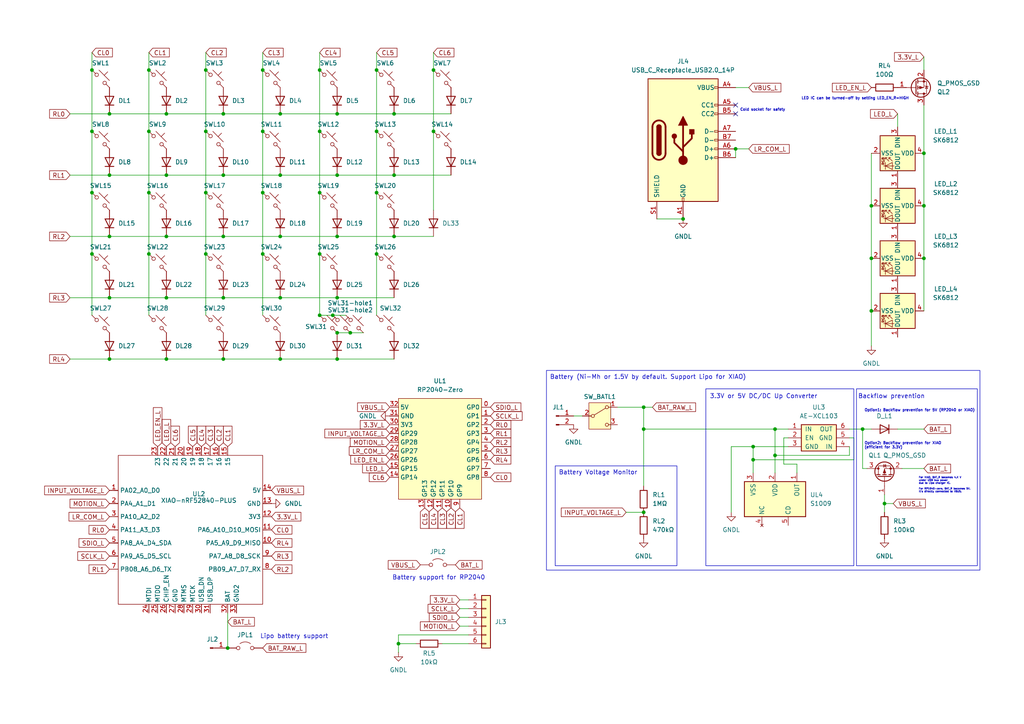
<source format=kicad_sch>
(kicad_sch (version 20231120) (generator "eeschema") (generator_version "8.0")
  (paper "A4")
  (junction (at 48.26 33.02))
  (junction (at 252.73 90.17))
  (junction (at 31.75 50.8))
  (junction (at 64.77 86.36))
  (junction (at 26.67 38.1))
  (junction (at 114.3 50.8))
  (junction (at 81.28 86.36))
  (junction (at 267.97 44.45))
  (junction (at 48.26 68.58))
  (junction (at 218.44 129.54))
  (junction (at 97.79 33.02))
  (junction (at 31.75 86.36))
  (junction (at 76.2 38.1))
  (junction (at 48.26 104.14))
  (junction (at 81.28 33.02))
  (junction (at 115.57 186.69))
  (junction (at 267.97 59.69))
  (junction (at 64.77 50.8))
  (junction (at 256.54 146.05))
  (junction (at 76.2 73.66))
  (junction (at 92.71 38.1))
  (junction (at 125.73 38.1))
  (junction (at 59.69 73.66))
  (junction (at 186.69 148.59))
  (junction (at 267.97 74.93))
  (junction (at 59.69 38.1))
  (junction (at 26.67 55.88))
  (junction (at 59.69 20.32))
  (junction (at 97.79 104.14))
  (junction (at 252.73 74.93))
  (junction (at 48.26 86.36))
  (junction (at 64.77 68.58))
  (junction (at 59.69 55.88))
  (junction (at 97.79 96.52))
  (junction (at 250.19 124.46))
  (junction (at 224.79 132.08))
  (junction (at 186.69 124.46))
  (junction (at 92.71 91.44))
  (junction (at 92.71 55.88))
  (junction (at 64.77 33.02))
  (junction (at 97.79 50.8))
  (junction (at 125.73 20.32))
  (junction (at 92.71 73.66))
  (junction (at 31.75 104.14))
  (junction (at 97.79 68.58))
  (junction (at 76.2 55.88))
  (junction (at 109.22 55.88))
  (junction (at 31.75 33.02))
  (junction (at 109.22 20.32))
  (junction (at 218.44 133.35))
  (junction (at 43.18 20.32))
  (junction (at 96.52 91.44))
  (junction (at 26.67 73.66))
  (junction (at 114.3 33.02))
  (junction (at 31.75 68.58))
  (junction (at 43.18 38.1))
  (junction (at 213.36 43.18))
  (junction (at 224.79 124.46))
  (junction (at 186.69 118.11))
  (junction (at 114.3 68.58))
  (junction (at 66.04 187.96))
  (junction (at 43.18 73.66))
  (junction (at 43.18 55.88))
  (junction (at 26.67 20.32))
  (junction (at 252.73 59.69))
  (junction (at 92.71 20.32))
  (junction (at 81.28 68.58))
  (junction (at 81.28 50.8))
  (junction (at 198.12 63.5))
  (junction (at 101.6 96.52))
  (junction (at 109.22 73.66))
  (junction (at 48.26 50.8))
  (junction (at 64.77 104.14))
  (junction (at 109.22 38.1))
  (junction (at 81.28 104.14))
  (junction (at 97.79 86.36))
  (junction (at 76.2 20.32))
  (no_connect (at 213.36 30.48))
  (no_connect (at 213.36 33.02))
  (wire (pts (xy 97.79 96.52) (xy 101.6 96.52)))
  (wire (pts (xy 190.5 63.5) (xy 198.12 63.5)))
  (wire (pts (xy 97.79 104.14) (xy 114.3 104.14)))
  (wire (pts (xy 97.79 33.02) (xy 114.3 33.02)))
  (wire (pts (xy 181.61 148.59) (xy 186.69 148.59)))
  (wire (pts (xy 135.89 181.61) (xy 133.35 181.61)))
  (wire (pts (xy 250.19 135.89) (xy 250.19 124.46)))
  (wire (pts (xy 76.2 15.24) (xy 76.2 20.32)))
  (wire (pts (xy 259.08 146.05) (xy 256.54 146.05)))
  (wire (pts (xy 76.2 38.1) (xy 76.2 55.88)))
  (wire (pts (xy 66.04 177.8) (xy 66.04 187.96)))
  (wire (pts (xy 260.35 124.46) (xy 267.97 124.46)))
  (wire (pts (xy 125.73 20.32) (xy 125.73 38.1)))
  (wire (pts (xy 97.79 50.8) (xy 114.3 50.8)))
  (wire (pts (xy 247.65 133.35) (xy 218.44 133.35)))
  (wire (pts (xy 97.79 68.58) (xy 114.3 68.58)))
  (wire (pts (xy 267.97 30.48) (xy 267.97 44.45)))
  (wire (pts (xy 246.38 129.54) (xy 246.38 132.08)))
  (wire (pts (xy 246.38 132.08) (xy 224.79 132.08)))
  (wire (pts (xy 256.54 143.51) (xy 256.54 146.05)))
  (wire (pts (xy 260.35 33.02) (xy 260.35 36.83)))
  (wire (pts (xy 109.22 73.66) (xy 109.22 91.44)))
  (wire (pts (xy 179.07 118.11) (xy 186.69 118.11)))
  (wire (pts (xy 92.71 20.32) (xy 92.71 38.1)))
  (wire (pts (xy 251.46 135.89) (xy 250.19 135.89)))
  (wire (pts (xy 212.09 129.54) (xy 218.44 129.54)))
  (wire (pts (xy 212.09 129.54) (xy 212.09 148.59)))
  (wire (pts (xy 20.32 68.58) (xy 31.75 68.58)))
  (wire (pts (xy 135.89 176.53) (xy 133.35 176.53)))
  (wire (pts (xy 96.52 91.44) (xy 100.33 91.44)))
  (wire (pts (xy 231.14 137.16) (xy 231.14 134.62)))
  (wire (pts (xy 267.97 44.45) (xy 267.97 59.69)))
  (wire (pts (xy 92.71 38.1) (xy 92.71 55.88)))
  (wire (pts (xy 218.44 129.54) (xy 218.44 133.35)))
  (wire (pts (xy 115.57 186.69) (xy 120.65 186.69)))
  (wire (pts (xy 92.71 91.44) (xy 96.52 91.44)))
  (wire (pts (xy 267.97 59.69) (xy 267.97 74.93)))
  (wire (pts (xy 43.18 38.1) (xy 43.18 55.88)))
  (wire (pts (xy 92.71 73.66) (xy 92.71 91.44)))
  (wire (pts (xy 26.67 55.88) (xy 26.67 73.66)))
  (wire (pts (xy 267.97 16.51) (xy 267.97 20.32)))
  (wire (pts (xy 252.73 90.17) (xy 252.73 100.33)))
  (wire (pts (xy 224.79 132.08) (xy 224.79 137.16)))
  (wire (pts (xy 114.3 50.8) (xy 130.81 50.8)))
  (wire (pts (xy 31.75 33.02) (xy 48.26 33.02)))
  (wire (pts (xy 59.69 73.66) (xy 59.69 91.44)))
  (wire (pts (xy 31.75 50.8) (xy 48.26 50.8)))
  (wire (pts (xy 252.73 74.93) (xy 252.73 90.17)))
  (wire (pts (xy 213.36 25.4) (xy 217.17 25.4)))
  (wire (pts (xy 92.71 55.88) (xy 92.71 73.66)))
  (wire (pts (xy 250.19 124.46) (xy 252.73 124.46)))
  (wire (pts (xy 114.3 33.02) (xy 130.81 33.02)))
  (wire (pts (xy 59.69 20.32) (xy 59.69 38.1)))
  (wire (pts (xy 115.57 184.15) (xy 135.89 184.15)))
  (wire (pts (xy 92.71 15.24) (xy 92.71 20.32)))
  (wire (pts (xy 64.77 104.14) (xy 81.28 104.14)))
  (wire (pts (xy 109.22 20.32) (xy 109.22 38.1)))
  (wire (pts (xy 213.36 43.18) (xy 217.17 43.18)))
  (wire (pts (xy 246.38 127) (xy 247.65 127)))
  (wire (pts (xy 31.75 86.36) (xy 48.26 86.36)))
  (wire (pts (xy 166.37 120.65) (xy 168.91 120.65)))
  (wire (pts (xy 97.79 86.36) (xy 114.3 86.36)))
  (wire (pts (xy 20.32 86.36) (xy 31.75 86.36)))
  (wire (pts (xy 231.14 134.62) (xy 227.33 134.62)))
  (wire (pts (xy 59.69 38.1) (xy 59.69 55.88)))
  (wire (pts (xy 135.89 173.99) (xy 133.35 173.99)))
  (wire (pts (xy 48.26 68.58) (xy 64.77 68.58)))
  (wire (pts (xy 81.28 33.02) (xy 97.79 33.02)))
  (wire (pts (xy 101.6 96.52) (xy 105.41 96.52)))
  (wire (pts (xy 20.32 104.14) (xy 31.75 104.14)))
  (wire (pts (xy 43.18 20.32) (xy 43.18 38.1)))
  (wire (pts (xy 81.28 86.36) (xy 97.79 86.36)))
  (wire (pts (xy 20.32 50.8) (xy 31.75 50.8)))
  (wire (pts (xy 250.19 124.46) (xy 246.38 124.46)))
  (wire (pts (xy 224.79 124.46) (xy 224.79 132.08)))
  (wire (pts (xy 227.33 127) (xy 228.6 127)))
  (wire (pts (xy 247.65 127) (xy 247.65 133.35)))
  (wire (pts (xy 256.54 146.05) (xy 256.54 148.59)))
  (wire (pts (xy 128.27 186.69) (xy 135.89 186.69)))
  (wire (pts (xy 125.73 38.1) (xy 125.73 60.96)))
  (wire (pts (xy 114.3 68.58) (xy 125.73 68.58)))
  (wire (pts (xy 43.18 15.24) (xy 43.18 20.32)))
  (wire (pts (xy 64.77 33.02) (xy 81.28 33.02)))
  (wire (pts (xy 26.67 20.32) (xy 26.67 38.1)))
  (wire (pts (xy 224.79 124.46) (xy 228.6 124.46)))
  (wire (pts (xy 267.97 74.93) (xy 267.97 90.17)))
  (wire (pts (xy 186.69 124.46) (xy 186.69 118.11)))
  (wire (pts (xy 31.75 68.58) (xy 48.26 68.58)))
  (wire (pts (xy 252.73 59.69) (xy 252.73 74.93)))
  (wire (pts (xy 218.44 129.54) (xy 228.6 129.54)))
  (wire (pts (xy 213.36 43.18) (xy 213.36 45.72)))
  (wire (pts (xy 115.57 184.15) (xy 115.57 186.69)))
  (wire (pts (xy 109.22 15.24) (xy 109.22 20.32)))
  (wire (pts (xy 48.26 104.14) (xy 64.77 104.14)))
  (wire (pts (xy 186.69 118.11) (xy 189.23 118.11)))
  (wire (pts (xy 26.67 15.24) (xy 26.67 20.32)))
  (wire (pts (xy 109.22 38.1) (xy 109.22 55.88)))
  (wire (pts (xy 125.73 15.24) (xy 125.73 20.32)))
  (wire (pts (xy 31.75 104.14) (xy 48.26 104.14)))
  (wire (pts (xy 109.22 55.88) (xy 109.22 73.66)))
  (wire (pts (xy 64.77 68.58) (xy 81.28 68.58)))
  (wire (pts (xy 48.26 86.36) (xy 64.77 86.36)))
  (wire (pts (xy 218.44 133.35) (xy 218.44 137.16)))
  (wire (pts (xy 135.89 179.07) (xy 133.35 179.07)))
  (wire (pts (xy 64.77 50.8) (xy 81.28 50.8)))
  (wire (pts (xy 26.67 73.66) (xy 26.67 91.44)))
  (wire (pts (xy 20.32 33.02) (xy 31.75 33.02)))
  (wire (pts (xy 186.69 124.46) (xy 224.79 124.46)))
  (wire (pts (xy 26.67 38.1) (xy 26.67 55.88)))
  (wire (pts (xy 48.26 33.02) (xy 64.77 33.02)))
  (wire (pts (xy 76.2 20.32) (xy 76.2 38.1)))
  (wire (pts (xy 261.62 135.89) (xy 267.97 135.89)))
  (wire (pts (xy 43.18 73.66) (xy 43.18 91.44)))
  (wire (pts (xy 76.2 73.66) (xy 76.2 91.44)))
  (wire (pts (xy 64.77 86.36) (xy 81.28 86.36)))
  (wire (pts (xy 59.69 15.24) (xy 59.69 20.32)))
  (wire (pts (xy 81.28 68.58) (xy 97.79 68.58)))
  (wire (pts (xy 81.28 50.8) (xy 97.79 50.8)))
  (wire (pts (xy 227.33 134.62) (xy 227.33 127)))
  (wire (pts (xy 252.73 44.45) (xy 252.73 59.69)))
  (wire (pts (xy 81.28 104.14) (xy 97.79 104.14)))
  (wire (pts (xy 59.69 55.88) (xy 59.69 73.66)))
  (wire (pts (xy 48.26 50.8) (xy 64.77 50.8)))
  (wire (pts (xy 115.57 186.69) (xy 115.57 189.23)))
  (wire (pts (xy 43.18 55.88) (xy 43.18 73.66)))
  (wire (pts (xy 186.69 124.46) (xy 186.69 140.97)))
  (wire (pts (xy 76.2 55.88) (xy 76.2 73.66)))
  (rectangle (start 161.036 135.128) (end 196.342 164.084))
  (rectangle (start 248.412 112.776) (end 283.464 164.084))
  (rectangle (start 158.496 107.442) (end 284.226 165.354))
  (rectangle (start 204.724 112.776) (end 247.65 164.084))
  (text "Option1: Backflow prevention for 5V (RP2040 or XIAO)" (at 250.698 119.126 0) (effects (font (size 0.762 0.762)) (justify left)))
  (text "Battery (Ni-Mh or 1.5V by default. Support Lipo for XIAO)" (at 187.96 109.474 0) (effects (font (size 1.27 1.27))))
  (text "3.3V or 5V DC/DC Up Converter" (at 221.488 115.062 0) (effects (font (size 1.27 1.27))))
  (text "For XIAO, BAT_R becomes 4.X V\nunder USB bus power\ndue to Lipo charger IC.\n\nFor RP1040-zero, BAT_R becomes 5V.\nIt's directly connected to VBUS." (at 266.446 140.716 0) (effects (font (size 0.508 0.508)) (justify left)))
  (text "Backflow prevention" (at 258.572 115.062 0) (effects (font (size 1.27 1.27))))
  (text "Battery support for RP2040" (at 127.254 167.64 0) (effects (font (size 1.27 1.27))))
  (text "Cold socket for safety" (at 214.63 31.496 0) (effects (font (size 0.762 0.762)) (justify left top)))
  (text "LED IC can be turned-off by setting LED_EN_R=HIGH" (at 232.41 28.194 0) (effects (font (size 0.762 0.762)) (justify left top)))
  (text "Battery Voltage Monitor" (at 173.482 137.16 0) (effects (font (size 1.27 1.27))))
  (text "Option2: Backflow prevention for XIAO\n(efficient for 3.3V)" (at 250.698 129.286 0) (effects (font (size 0.762 0.762)) (justify left)))
  (text "Lipo battery support" (at 85.344 184.658 0) (effects (font (size 1.27 1.27))))
  (global_label "3.3V_L" (shape input) (at 133.35 173.99 180) (property "Intersheetrefs" "${INTERSHEET_REFS}" (effects (hide yes))))
  (global_label "SDIO_L" (shape input) (at 31.75 157.48 180) (property "Intersheetrefs" "${INTERSHEET_REFS}" (effects (hide yes))))
  (global_label "SCLK_L" (shape input) (at 142.24 120.65 0) (property "Intersheetrefs" "${INTERSHEET_REFS}" (effects (hide yes))))
  (global_label "LED_L" (shape input) (at 113.03 135.89 180) (property "Intersheetrefs" "${INTERSHEET_REFS}" (effects (hide yes))))
  (global_label "RL3" (shape input) (at 20.32 86.36 180) (property "Intersheetrefs" "${INTERSHEET_REFS}" (effects (hide yes))))
  (global_label "CL6" (shape input) (at 50.8 129.54 90) (property "Intersheetrefs" "${INTERSHEET_REFS}" (effects (hide yes))))
  (global_label "SDIO_L" (shape input) (at 133.35 179.07 180) (property "Intersheetrefs" "${INTERSHEET_REFS}" (effects (hide yes))))
  (global_label "BAT_L" (shape input) (at 132.08 163.83 0) (property "Intersheetrefs" "${INTERSHEET_REFS}" (effects (hide yes))))
  (global_label "RL0" (shape input) (at 20.32 33.02 180) (property "Intersheetrefs" "${INTERSHEET_REFS}" (effects (hide yes))))
  (global_label "CL5" (shape input) (at 109.22 15.24 0) (property "Intersheetrefs" "${INTERSHEET_REFS}" (effects (hide yes))))
  (global_label "RL4" (shape input) (at 78.74 157.48 0) (property "Intersheetrefs" "${INTERSHEET_REFS}" (effects (hide yes))))
  (global_label "RL1" (shape input) (at 20.32 50.8 180) (property "Intersheetrefs" "${INTERSHEET_REFS}" (effects (hide yes))))
  (global_label "LED_EN_L" (shape input) (at 113.03 133.35 180) (property "Intersheetrefs" "${INTERSHEET_REFS}" (effects (hide yes))))
  (global_label "RL4" (shape input) (at 142.24 133.35 0) (property "Intersheetrefs" "${INTERSHEET_REFS}" (effects (hide yes))))
  (global_label "CL3" (shape input) (at 76.2 15.24 0) (property "Intersheetrefs" "${INTERSHEET_REFS}" (effects (hide yes))))
  (global_label "RL1" (shape input) (at 31.75 165.1 180) (property "Intersheetrefs" "${INTERSHEET_REFS}" (effects (hide yes))))
  (global_label "RL2" (shape input) (at 142.24 128.27 0) (property "Intersheetrefs" "${INTERSHEET_REFS}" (effects (hide yes))))
  (global_label "LR_COM_L" (shape input) (at 31.75 149.86 180) (property "Intersheetrefs" "${INTERSHEET_REFS}" (effects (hide yes))))
  (global_label "CL0" (shape input) (at 78.74 153.67 0) (property "Intersheetrefs" "${INTERSHEET_REFS}" (effects (hide yes))))
  (global_label "LED_EN_L" (shape input) (at 45.72 129.54 90) (property "Intersheetrefs" "${INTERSHEET_REFS}" (effects (hide yes))))
  (global_label "CL6" (shape input) (at 125.73 15.24 0) (property "Intersheetrefs" "${INTERSHEET_REFS}" (effects (hide yes))))
  (global_label "RL2" (shape input) (at 20.32 68.58 180) (property "Intersheetrefs" "${INTERSHEET_REFS}" (effects (hide yes))))
  (global_label "CL5" (shape input) (at 55.88 129.54 90) (property "Intersheetrefs" "${INTERSHEET_REFS}" (effects (hide yes))))
  (global_label "MOTION_L" (shape input) (at 133.35 181.61 180) (property "Intersheetrefs" "${INTERSHEET_REFS}" (effects (hide yes))))
  (global_label "RL0" (shape input) (at 142.24 123.19 0) (property "Intersheetrefs" "${INTERSHEET_REFS}" (effects (hide yes))))
  (global_label "BAT_RAW_L" (shape input) (at 189.23 118.11 0) (property "Intersheetrefs" "${INTERSHEET_REFS}" (effects (hide yes))))
  (global_label "INPUT_VOLTAGE_L" (shape input) (at 113.03 125.73 180) (property "Intersheetrefs" "${INTERSHEET_REFS}" (effects (hide yes))))
  (global_label "LED_EN_L" (shape input) (at 252.73 25.4 180) (property "Intersheetrefs" "${INTERSHEET_REFS}" (effects (hide yes))))
  (global_label "INPUT_VOLTAGE_L" (shape input) (at 31.75 142.24 180) (property "Intersheetrefs" "${INTERSHEET_REFS}" (effects (hide yes))))
  (global_label "RL3" (shape input) (at 78.74 161.29 0) (property "Intersheetrefs" "${INTERSHEET_REFS}" (effects (hide yes))))
  (global_label "CL6" (shape input) (at 113.03 138.43 180) (property "Intersheetrefs" "${INTERSHEET_REFS}" (effects (hide yes))))
  (global_label "VBUS_L" (shape input) (at 113.03 118.11 180) (property "Intersheetrefs" "${INTERSHEET_REFS}" (effects (hide yes))))
  (global_label "LR_COM_L" (shape input) (at 113.03 130.81 180) (property "Intersheetrefs" "${INTERSHEET_REFS}" (effects (hide yes))))
  (global_label "RL1" (shape input) (at 142.24 125.73 0) (property "Intersheetrefs" "${INTERSHEET_REFS}" (effects (hide yes))))
  (global_label "CL4" (shape input) (at 58.42 129.54 90) (property "Intersheetrefs" "${INTERSHEET_REFS}" (effects (hide yes))))
  (global_label "CL0" (shape input) (at 26.67 15.24 0) (property "Intersheetrefs" "${INTERSHEET_REFS}" (effects (hide yes))))
  (global_label "CL1" (shape input) (at 133.35 147.32 270) (property "Intersheetrefs" "${INTERSHEET_REFS}" (effects (hide yes))))
  (global_label "RL3" (shape input) (at 142.24 130.81 0) (property "Intersheetrefs" "${INTERSHEET_REFS}" (effects (hide yes))))
  (global_label "RL4" (shape input) (at 20.32 104.14 180) (property "Intersheetrefs" "${INTERSHEET_REFS}" (effects (hide yes))))
  (global_label "RL0" (shape input) (at 31.75 153.67 180) (property "Intersheetrefs" "${INTERSHEET_REFS}" (effects (hide yes))))
  (global_label "VBUS_L" (shape input) (at 78.74 142.24 0) (property "Intersheetrefs" "${INTERSHEET_REFS}" (effects (hide yes))))
  (global_label "SCLK_L" (shape input) (at 133.35 176.53 180) (property "Intersheetrefs" "${INTERSHEET_REFS}" (effects (hide yes))))
  (global_label "SCLK_L" (shape input) (at 31.75 161.29 180) (property "Intersheetrefs" "${INTERSHEET_REFS}" (effects (hide yes))))
  (global_label "VBUS_L" (shape input) (at 121.92 163.83 180) (property "Intersheetrefs" "${INTERSHEET_REFS}" (effects (hide yes))))
  (global_label "CL1" (shape input) (at 66.04 129.54 90) (property "Intersheetrefs" "${INTERSHEET_REFS}" (effects (hide yes))))
  (global_label "BAT_RAW_L" (shape input) (at 76.2 187.96 0) (property "Intersheetrefs" "${INTERSHEET_REFS}" (effects (hide yes))))
  (global_label "3.3V_L" (shape input) (at 78.74 149.86 0) (property "Intersheetrefs" "${INTERSHEET_REFS}" (effects (hide yes))))
  (global_label "BAT_L" (shape input) (at 267.97 135.89 0) (property "Intersheetrefs" "${INTERSHEET_REFS}" (effects (hide yes))))
  (global_label "CL4" (shape input) (at 125.73 147.32 270) (property "Intersheetrefs" "${INTERSHEET_REFS}" (effects (hide yes))))
  (global_label "VBUS_L" (shape input) (at 217.17 25.4 0) (property "Intersheetrefs" "${INTERSHEET_REFS}" (effects (hide yes))))
  (global_label "CL3" (shape input) (at 128.27 147.32 270) (property "Intersheetrefs" "${INTERSHEET_REFS}" (effects (hide yes))))
  (global_label "VBUS_L" (shape input) (at 259.08 146.05 0) (property "Intersheetrefs" "${INTERSHEET_REFS}" (effects (hide yes))))
  (global_label "BAT_L" (shape input) (at 66.04 180.34 0) (property "Intersheetrefs" "${INTERSHEET_REFS}" (effects (hide yes))))
  (global_label "CL5" (shape input) (at 123.19 147.32 270) (property "Intersheetrefs" "${INTERSHEET_REFS}" (effects (hide yes))))
  (global_label "CL2" (shape input) (at 130.81 147.32 270) (property "Intersheetrefs" "${INTERSHEET_REFS}" (effects (hide yes))))
  (global_label "3.3V_L" (shape input) (at 267.97 16.51 180) (property "Intersheetrefs" "${INTERSHEET_REFS}" (effects (hide yes))))
  (global_label "CL2" (shape input) (at 63.5 129.54 90) (property "Intersheetrefs" "${INTERSHEET_REFS}" (effects (hide yes))))
  (global_label "MOTION_L" (shape input) (at 31.75 146.05 180) (property "Intersheetrefs" "${INTERSHEET_REFS}" (effects (hide yes))))
  (global_label "MOTION_L" (shape input) (at 113.03 128.27 180) (property "Intersheetrefs" "${INTERSHEET_REFS}" (effects (hide yes))))
  (global_label "SDIO_L" (shape input) (at 142.24 118.11 0) (property "Intersheetrefs" "${INTERSHEET_REFS}" (effects (hide yes))))
  (global_label "BAT_L" (shape input) (at 267.97 124.46 0) (property "Intersheetrefs" "${INTERSHEET_REFS}" (effects (hide yes))))
  (global_label "CL4" (shape input) (at 92.71 15.24 0) (property "Intersheetrefs" "${INTERSHEET_REFS}" (effects (hide yes))))
  (global_label "CL3" (shape input) (at 60.96 129.54 90) (property "Intersheetrefs" "${INTERSHEET_REFS}" (effects (hide yes))))
  (global_label "INPUT_VOLTAGE_L" (shape input) (at 181.61 148.59 180) (property "Intersheetrefs" "${INTERSHEET_REFS}" (effects (hide yes))))
  (global_label "CL1" (shape input) (at 43.18 15.24 0) (property "Intersheetrefs" "${INTERSHEET_REFS}" (effects (hide yes))))
  (global_label "RL2" (shape input) (at 78.74 165.1 0) (property "Intersheetrefs" "${INTERSHEET_REFS}" (effects (hide yes))))
  (global_label "LED_L" (shape input) (at 260.35 33.02 180) (property "Intersheetrefs" "${INTERSHEET_REFS}" (effects (hide yes))))
  (global_label "LR_COM_L" (shape input) (at 217.17 43.18 0) (property "Intersheetrefs" "${INTERSHEET_REFS}" (effects (hide yes))))
  (global_label "3.3V_L" (shape input) (at 113.03 123.19 180) (property "Intersheetrefs" "${INTERSHEET_REFS}" (effects (hide yes))))
  (global_label "LED_L" (shape input) (at 48.26 129.54 90) (property "Intersheetrefs" "${INTERSHEET_REFS}" (effects (hide yes))))
  (global_label "CL0" (shape input) (at 142.24 138.43 0) (property "Intersheetrefs" "${INTERSHEET_REFS}" (effects (hide yes))))
  (global_label "CL2" (shape input) (at 59.69 15.24 0) (property "Intersheetrefs" "${INTERSHEET_REFS}" (effects (hide yes))))
  (symbol (lib_id "Switch:SW_SPDT") (at 173.99 120.65 0) (unit 1)
    (property "Reference" "SW_BATL1" (at 173.99 115.062 0))
    (property "Value" "SW_SPDT" (effects (hide yes)))
    (property "Footprint" "0_kbd_Parts:TGSW_MSK-12D19" (effects (hide yes)))
    (property "Description" "Switch, single pole double throw" (effects (hide yes)))
  )
  (symbol (lib_id "Jumper:Jumper_2_Open") (at 127 163.83 0) (unit 1) (exclude_from_sim yes)
    (property "Reference" "JPL2" (at 127 160.02 0))
    (property "Value" "Jumper_2_Open" (effects (hide yes)))
    (property "Footprint" "Jumper:SolderJumper-2_P1.3mm_Open_RoundedPad1.0x1.5mm" (effects (hide yes)))
    (property "Description" "Jumper, 2-pole, open" (effects (hide yes)))
  )
  (symbol (lib_id "Connector_Generic:Conn_01x06") (at 140.97 179.07 0) (unit 1)
    (property "Reference" "JL3" (at 143.51 180.3399 0) (effects (justify left)))
    (property "Value" "Conn_01x04" (effects (hide yes)))
    (property "Footprint" "0_dya-kbd:JUSHUO-AFH34-S06FIA-1H" (effects (hide yes)))
    (property "Description" "Generic connector, single row, 01x06, script generated (kicad-library-utils/schlib/autogen/connector/)" (effects (hide yes)))
    (property "LCSC" "C5139821" (effects (hide yes)))
  )
  (symbol (lib_id "Device:D") (at 31.75 29.21 90) (unit 1)
    (property "Reference" "DL1" (at 34.29 29.2099 90) (effects (justify right)))
    (property "Value" "D" (effects (hide yes)))
    (property "Footprint" "Diode_SMD:D_SOD-123" (effects (hide yes)))
    (property "Description" "Diode" (effects (hide yes)))
    (property "Sim.Device" "D" (effects (hide yes)))
    (property "Sim.Pins" "1=K 2=A" (effects (hide yes)))
    (property "LCSC" "C81598" (effects (hide yes)))
  )
  (symbol (lib_id "Device:D") (at 114.3 82.55 90) (unit 1)
    (property "Reference" "DL26" (at 116.84 82.5499 90) (effects (justify right)))
    (property "Value" "D" (effects (hide yes)))
    (property "Footprint" "Diode_SMD:D_SOD-123" (effects (hide yes)))
    (property "Description" "Diode" (effects (hide yes)))
    (property "Sim.Device" "D" (effects (hide yes)))
    (property "Sim.Pins" "1=K 2=A" (effects (hide yes)))
    (property "LCSC" "C81598" (effects (hide yes)))
  )
  (symbol (lib_id "Device:R") (at 256.54 25.4 90) (unit 1)
    (property "Reference" "RL4" (at 256.54 19.05 90))
    (property "Value" "100Ω" (at 256.54 21.59 90))
    (property "Footprint" "Resistor_SMD:R_0805_2012Metric" (effects (hide yes)))
    (property "Description" "Resistor" (effects (hide yes)))
    (property "LCSC" "C17408" (effects (hide yes)))
  )
  (symbol (lib_id "Device:D") (at 31.75 82.55 90) (unit 1)
    (property "Reference" "DL21" (at 34.29 82.5499 90) (effects (justify right)))
    (property "Value" "D" (effects (hide yes)))
    (property "Footprint" "Diode_SMD:D_SOD-123" (effects (hide yes)))
    (property "Description" "Diode" (effects (hide yes)))
    (property "Sim.Device" "D" (effects (hide yes)))
    (property "Sim.Pins" "1=K 2=A" (effects (hide yes)))
    (property "LCSC" "C81598" (effects (hide yes)))
  )
  (symbol (lib_id "Switch:SW_Push_45deg") (at 128.27 22.86 0) (unit 1)
    (property "Reference" "SWL7" (at 128.27 18.288 0))
    (property "Value" "SW_Push_45deg" (effects (hide yes)))
    (property "Footprint" "0_MX_Hotswap:MX-Hotswap-1U" (effects (hide yes)))
    (property "Description" "Push button switch, normally open, two pins, 45° tilted" (effects (hide yes)))
    (property "LCSC" "C41430893" (effects (hide yes)))
  )
  (symbol (lib_id "Device:Q_PMOS_GSD") (at 256.54 138.43 90) (unit 1)
    (property "Reference" "QL1" (at 253.746 132.08 90))
    (property "Value" "Q_PMOS_GSD" (at 262.382 132.08 90))
    (property "Footprint" "Package_TO_SOT_SMD:SOT-23" (effects (hide yes)))
    (property "Description" "P-MOSFET transistor, gate/source/drain" (effects (hide yes)))
    (property "LCSC" "C15127" (effects (hide yes)))
  )
  (symbol (lib_id "Switch:SW_Push_45deg") (at 29.21 93.98 0) (unit 1)
    (property "Reference" "SWL27" (at 29.21 89.408 0))
    (property "Value" "SW_Push_45deg" (effects (hide yes)))
    (property "Footprint" "0_MX_Hotswap:MX-Hotswap-1.25U" (effects (hide yes)))
    (property "Description" "Push button switch, normally open, two pins, 45° tilted" (effects (hide yes)))
    (property "LCSC" "C41430893" (effects (hide yes)))
  )
  (symbol (lib_id "Switch:SW_Push_45deg") (at 62.23 93.98 0) (unit 1)
    (property "Reference" "SWL29" (at 62.23 89.408 0))
    (property "Value" "SW_Push_45deg" (effects (hide yes)))
    (property "Footprint" "0_MX_Hotswap:MX-Hotswap-1.25U" (effects (hide yes)))
    (property "Description" "Push button switch, normally open, two pins, 45° tilted" (effects (hide yes)))
    (property "LCSC" "C41430893" (effects (hide yes)))
  )
  (symbol (lib_id "Device:D") (at 97.79 82.55 90) (unit 1)
    (property "Reference" "DL25" (at 100.33 82.5499 90) (effects (justify right)))
    (property "Value" "D" (effects (hide yes)))
    (property "Footprint" "Diode_SMD:D_SOD-123" (effects (hide yes)))
    (property "Description" "Diode" (effects (hide yes)))
    (property "Sim.Device" "D" (effects (hide yes)))
    (property "Sim.Pins" "1=K 2=A" (effects (hide yes)))
    (property "LCSC" "C81598" (effects (hide yes)))
  )
  (symbol (lib_id "Switch:SW_Push_45deg") (at 128.27 40.64 0) (unit 1)
    (property "Reference" "SWL14" (at 128.27 36.068 0))
    (property "Value" "SW_Push_45deg" (effects (hide yes)))
    (property "Footprint" "0_MX_Hotswap:MX-Hotswap-1U" (effects (hide yes)))
    (property "Description" "Push button switch, normally open, two pins, 45° tilted" (effects (hide yes)))
    (property "LCSC" "C41430893" (effects (hide yes)))
  )
  (symbol (lib_id "Switch:SW_Push_45deg") (at 45.72 40.64 0) (unit 1)
    (property "Reference" "SWL9" (at 45.72 36.068 0))
    (property "Value" "SW_Push_45deg" (effects (hide yes)))
    (property "Footprint" "0_MX_Hotswap:MX-Hotswap-1U" (effects (hide yes)))
    (property "Description" "Push button switch, normally open, two pins, 45° tilted" (effects (hide yes)))
    (property "LCSC" "C41430893" (effects (hide yes)))
  )
  (symbol (lib_id "0_dya-kbd:RP2040-Zero") (at 127 129.54 0) (unit 1)
    (property "Reference" "UL1" (at 127.635 110.49 0))
    (property "Value" "RP2040-Zero" (at 127.635 113.03 0))
    (property "Footprint" "0_dya-kbd:RP2040-Zero" (effects (hide yes)))
  )
  (symbol (lib_id "Device:D") (at 64.77 29.21 90) (unit 1)
    (property "Reference" "DL3" (at 67.31 29.2099 90) (effects (justify right)))
    (property "Value" "D" (effects (hide yes)))
    (property "Footprint" "Diode_SMD:D_SOD-123" (effects (hide yes)))
    (property "Description" "Diode" (effects (hide yes)))
    (property "Sim.Device" "D" (effects (hide yes)))
    (property "Sim.Pins" "1=K 2=A" (effects (hide yes)))
    (property "LCSC" "C81598" (effects (hide yes)))
  )
  (symbol (lib_id "Switch:SW_Push_45deg") (at 111.76 76.2 0) (unit 1)
    (property "Reference" "SWL26" (at 111.76 71.628 0))
    (property "Value" "SW_Push_45deg" (effects (hide yes)))
    (property "Footprint" "0_MX_Hotswap:MX-Hotswap-1U" (effects (hide yes)))
    (property "Description" "Push button switch, normally open, two pins, 45° tilted" (effects (hide yes)))
    (property "LCSC" "C41430893" (effects (hide yes)))
  )
  (symbol (lib_id "LED:SK6812MINI") (at 260.35 59.69 270) (unit 1)
    (property "Reference" "LED_L2" (at 274.32 53.34 90))
    (property "Value" "SK6812" (at 274.32 55.88 90))
    (property "Footprint" "0_dya-kbd:LED_SK6812MINI-E_BL" (effects (hide yes)))
    (property "Datasheet" "https://cdn-shop.adafruit.com/product-files/2686/SK6812MINI_REV.01-1-2.pdf" (effects (hide yes)))
    (property "Description" "RGB LED with integrated controller" (effects (hide yes)))
    (property "LCSC" "C5149201" (effects (hide yes)))
  )
  (symbol (lib_id "Device:D") (at 114.3 29.21 90) (unit 1)
    (property "Reference" "DL6" (at 116.84 29.2099 90) (effects (justify right)))
    (property "Value" "D" (effects (hide yes)))
    (property "Footprint" "Diode_SMD:D_SOD-123" (effects (hide yes)))
    (property "Description" "Diode" (effects (hide yes)))
    (property "Sim.Device" "D" (effects (hide yes)))
    (property "Sim.Pins" "1=K 2=A" (effects (hide yes)))
    (property "LCSC" "C81598" (effects (hide yes)))
  )
  (symbol (lib_id "Switch:SW_Push_45deg") (at 95.25 40.64 0) (unit 1)
    (property "Reference" "SWL12" (at 95.25 36.068 0))
    (property "Value" "SW_Push_45deg" (effects (hide yes)))
    (property "Footprint" "0_MX_Hotswap:MX-Hotswap-1U" (effects (hide yes)))
    (property "Description" "Push button switch, normally open, two pins, 45° tilted" (effects (hide yes)))
    (property "LCSC" "C41430893" (effects (hide yes)))
  )
  (symbol (lib_id "Device:R") (at 256.54 152.4 0) (unit 1)
    (property "Reference" "RL3" (at 259.08 151.1299 0) (effects (justify left)))
    (property "Value" "100kΩ" (at 259.08 153.6699 0) (effects (justify left)))
    (property "Footprint" "Resistor_SMD:R_0805_2012Metric" (effects (hide yes)))
    (property "Description" "Resistor" (effects (hide yes)))
    (property "LCSC" "C149504" (effects (hide yes)))
  )
  (symbol (lib_id "Switch:SW_Push_45deg") (at 99.06 93.98 0) (unit 1)
    (property "Reference" "SWL31-hole1" (at 101.6 87.884 0))
    (property "Value" "SW_Push_45deg" (effects (hide yes)))
    (property "Footprint" "0_MX_Hotswap:MX-Hotswap-2.75U-ReversedStabilizers" (effects (hide yes)))
    (property "Description" "Push button switch, normally open, two pins, 45° tilted" (effects (hide yes)))
  )
  (symbol (lib_id "0_dya-kbd:S1009") (at 224.79 144.78 180) (unit 1)
    (property "Reference" "UL4" (at 234.95 143.5099 0) (effects (justify right)))
    (property "Value" "S1009" (at 234.95 146.0499 0) (effects (justify right)))
    (property "Footprint" "Package_TO_SOT_SMD:SOT-23-5" (effects (hide yes)))
    (property "Datasheet" "https://www.ablic.com/jp/doc/datasheet/voltage_detector/S1009_J.pdf" (effects (hide yes)))
    (property "Description" "Microprocessor Reset (active-low) Circuit, SOT-23" (effects (hide yes)))
  )
  (symbol (lib_id "Switch:SW_Push_45deg") (at 95.25 93.98 0) (unit 1)
    (property "Reference" "SWL31" (at 91.694 94.742 0))
    (property "Value" "SW_Push_45deg" (effects (hide yes)))
    (property "Footprint" "0_MX_Hotswap:MX-Hotswap-1U" (effects (hide yes)))
    (property "Description" "Push button switch, normally open, two pins, 45° tilted" (effects (hide yes)))
    (property "LCSC" "C41430893" (effects (hide yes)))
  )
  (symbol (lib_id "0_dya-kbd:AE-XCL103") (at 236.22 127 0) (unit 1)
    (property "Reference" "UL3" (at 237.49 118.11 0))
    (property "Value" "AE-XCL103" (at 237.49 120.65 0))
    (property "Footprint" "0_dya-kbd:AE-XCL103" (effects (hide yes)))
    (property "Description" "https://akizukidenshi.com/goodsaffix/AE-XCL103-3V3.pdf" (effects (hide yes)))
  )
  (symbol (lib_id "Device:D") (at 97.79 29.21 90) (unit 1)
    (property "Reference" "DL5" (at 100.33 29.2099 90) (effects (justify right)))
    (property "Value" "D" (effects (hide yes)))
    (property "Footprint" "Diode_SMD:D_SOD-123" (effects (hide yes)))
    (property "Description" "Diode" (effects (hide yes)))
    (property "Sim.Device" "D" (effects (hide yes)))
    (property "Sim.Pins" "1=K 2=A" (effects (hide yes)))
    (property "LCSC" "C81598" (effects (hide yes)))
  )
  (symbol (lib_id "Device:D") (at 48.26 46.99 90) (unit 1)
    (property "Reference" "DL9" (at 50.8 46.9899 90) (effects (justify right)))
    (property "Value" "D" (effects (hide yes)))
    (property "Footprint" "Diode_SMD:D_SOD-123" (effects (hide yes)))
    (property "Description" "Diode" (effects (hide yes)))
    (property "Sim.Device" "D" (effects (hide yes)))
    (property "Sim.Pins" "1=K 2=A" (effects (hide yes)))
    (property "LCSC" "C81598" (effects (hide yes)))
  )
  (symbol (lib_id "power:GND") (at 252.73 100.33 0) (unit 1)
    (property "Reference" "#GNDL06" (effects (hide yes)))
    (property "Value" "GNDL" (at 252.73 105.41 0))
    (property "Description" "Power symbol creates a global label with name \"GND\" , ground" (effects (hide yes)))
  )
  (symbol (lib_id "Device:D") (at 114.3 46.99 90) (unit 1)
    (property "Reference" "DL13" (at 116.84 46.9899 90) (effects (justify right)))
    (property "Value" "D" (effects (hide yes)))
    (property "Footprint" "Diode_SMD:D_SOD-123" (effects (hide yes)))
    (property "Description" "Diode" (effects (hide yes)))
    (property "Sim.Device" "D" (effects (hide yes)))
    (property "Sim.Pins" "1=K 2=A" (effects (hide yes)))
    (property "LCSC" "C81598" (effects (hide yes)))
  )
  (symbol (lib_id "Switch:SW_Push_45deg") (at 111.76 22.86 0) (unit 1)
    (property "Reference" "SWL6" (at 111.76 18.288 0))
    (property "Value" "SW_Push_45deg" (effects (hide yes)))
    (property "Footprint" "0_MX_Hotswap:MX-Hotswap-1U" (effects (hide yes)))
    (property "Description" "Push button switch, normally open, two pins, 45° tilted" (effects (hide yes)))
    (property "LCSC" "C41430893" (effects (hide yes)))
  )
  (symbol (lib_id "Jumper:Jumper_2_Open") (at 71.12 187.96 0) (unit 1) (exclude_from_sim yes)
    (property "Reference" "JPL1" (at 71.12 184.15 0))
    (property "Value" "Jumper_2_Open" (effects (hide yes)))
    (property "Footprint" "Jumper:SolderJumper-2_P1.3mm_Open_RoundedPad1.0x1.5mm" (effects (hide yes)))
    (property "Description" "Jumper, 2-pole, open" (effects (hide yes)))
  )
  (symbol (lib_id "Device:R") (at 186.69 144.78 0) (unit 1)
    (property "Reference" "RL1" (at 189.23 143.5099 0) (effects (justify left)))
    (property "Value" "1MΩ" (at 189.23 146.0499 0) (effects (justify left)))
    (property "Footprint" "Resistor_SMD:R_0805_2012Metric" (effects (hide yes)))
    (property "Description" "Resistor" (effects (hide yes)))
    (property "LCSC" "C17514" (effects (hide yes)))
  )
  (symbol (lib_id "Device:D") (at 97.79 100.33 90) (unit 1)
    (property "Reference" "DL31" (at 100.33 100.3299 90) (effects (justify right)))
    (property "Value" "D" (effects (hide yes)))
    (property "Footprint" "Diode_SMD:D_SOD-123" (effects (hide yes)))
    (property "Description" "Diode" (effects (hide yes)))
    (property "Sim.Device" "D" (effects (hide yes)))
    (property "Sim.Pins" "1=K 2=A" (effects (hide yes)))
    (property "LCSC" "C81598" (effects (hide yes)))
  )
  (symbol (lib_id "Device:R") (at 186.69 152.4 0) (unit 1)
    (property "Reference" "RL2" (at 189.23 151.1299 0) (effects (justify left)))
    (property "Value" "470kΩ" (at 189.23 153.6699 0) (effects (justify left)))
    (property "Footprint" "Resistor_SMD:R_0805_2012Metric" (effects (hide yes)))
    (property "Description" "Resistor" (effects (hide yes)))
    (property "LCSC" "C17709" (effects (hide yes)))
  )
  (symbol (lib_id "Device:D") (at 31.75 64.77 90) (unit 1)
    (property "Reference" "DL15" (at 34.29 64.7699 90) (effects (justify right)))
    (property "Value" "D" (effects (hide yes)))
    (property "Footprint" "Diode_SMD:D_SOD-123" (effects (hide yes)))
    (property "Description" "Diode" (effects (hide yes)))
    (property "Sim.Device" "D" (effects (hide yes)))
    (property "Sim.Pins" "1=K 2=A" (effects (hide yes)))
    (property "LCSC" "C81598" (effects (hide yes)))
  )
  (symbol (lib_id "Switch:SW_Push_45deg") (at 62.23 76.2 0) (unit 1)
    (property "Reference" "SWL23" (at 62.23 71.628 0))
    (property "Value" "SW_Push_45deg" (effects (hide yes)))
    (property "Footprint" "0_MX_Hotswap:MX-Hotswap-1U" (effects (hide yes)))
    (property "Description" "Push button switch, normally open, two pins, 45° tilted" (effects (hide yes)))
    (property "LCSC" "C41430893" (effects (hide yes)))
  )
  (symbol (lib_id "Device:D") (at 81.28 46.99 90) (unit 1)
    (property "Reference" "DL11" (at 83.82 46.9899 90) (effects (justify right)))
    (property "Value" "D" (effects (hide yes)))
    (property "Footprint" "Diode_SMD:D_SOD-123" (effects (hide yes)))
    (property "Description" "Diode" (effects (hide yes)))
    (property "Sim.Device" "D" (effects (hide yes)))
    (property "Sim.Pins" "1=K 2=A" (effects (hide yes)))
    (property "LCSC" "C81598" (effects (hide yes)))
  )
  (symbol (lib_id "Device:D") (at 130.81 46.99 90) (unit 1)
    (property "Reference" "DL14" (at 133.35 46.9899 90) (effects (justify right)))
    (property "Value" "D" (effects (hide yes)))
    (property "Footprint" "Diode_SMD:D_SOD-123" (effects (hide yes)))
    (property "Description" "Diode" (effects (hide yes)))
    (property "Sim.Device" "D" (effects (hide yes)))
    (property "Sim.Pins" "1=K 2=A" (effects (hide yes)))
    (property "LCSC" "C81598" (effects (hide yes)))
  )
  (symbol (lib_id "power:GND") (at 78.74 146.05 90) (unit 1)
    (property "Reference" "#GNDL02" (effects (hide yes)))
    (property "Value" "GNDL" (at 82.55 146.0499 90) (effects (justify right)))
    (property "Description" "Power symbol creates a global label with name \"GND\" , ground" (effects (hide yes)))
  )
  (symbol (lib_id "Connector:USB_C_Receptacle_USB2.0_14P") (at 198.12 40.64 0) (unit 1)
    (property "Reference" "JL4" (at 198.12 17.78 0))
    (property "Value" "USB_C_Receptacle_USB2.0_14P" (at 198.12 20.32 0))
    (property "Footprint" "Connector_USB:USB_C_Receptacle_G-Switch_GT-USB-7010ASV" (effects (hide yes)))
    (property "Datasheet" "https://www.usb.org/sites/default/files/documents/usb_type-c.zip" (effects (hide yes)))
    (property "Description" "USB 2.0-only 14P Type-C Receptacle connector" (effects (hide yes)))
    (property "LCSC" "C2927038" (effects (hide yes)))
  )
  (symbol (lib_id "Switch:SW_Push_45deg") (at 45.72 58.42 0) (unit 1)
    (property "Reference" "SWL16" (at 45.72 53.848 0))
    (property "Value" "SW_Push_45deg" (effects (hide yes)))
    (property "Footprint" "0_MX_Hotswap:MX-Hotswap-1U" (effects (hide yes)))
    (property "Description" "Push button switch, normally open, two pins, 45° tilted" (effects (hide yes)))
    (property "LCSC" "C41430893" (effects (hide yes)))
  )
  (symbol (lib_id "Switch:SW_Push_45deg") (at 78.74 58.42 0) (unit 1)
    (property "Reference" "SWL18" (at 78.74 53.848 0))
    (property "Value" "SW_Push_45deg" (effects (hide yes)))
    (property "Footprint" "0_MX_Hotswap:MX-Hotswap-1U" (effects (hide yes)))
    (property "Description" "Push button switch, normally open, two pins, 45° tilted" (effects (hide yes)))
    (property "LCSC" "C41430893" (effects (hide yes)))
  )
  (symbol (lib_id "Switch:SW_Push_45deg") (at 78.74 76.2 0) (unit 1)
    (property "Reference" "SWL24" (at 78.74 71.628 0))
    (property "Value" "SW_Push_45deg" (effects (hide yes)))
    (property "Footprint" "0_MX_Hotswap:MX-Hotswap-1U" (effects (hide yes)))
    (property "Description" "Push button switch, normally open, two pins, 45° tilted" (effects (hide yes)))
    (property "LCSC" "C41430893" (effects (hide yes)))
  )
  (symbol (lib_id "Device:D") (at 114.3 64.77 90) (unit 1)
    (property "Reference" "DL20" (at 116.84 64.7699 90) (effects (justify right)))
    (property "Value" "D" (effects (hide yes)))
    (property "Footprint" "Diode_SMD:D_SOD-123" (effects (hide yes)))
    (property "Description" "Diode" (effects (hide yes)))
    (property "Sim.Device" "D" (effects (hide yes)))
    (property "Sim.Pins" "1=K 2=A" (effects (hide yes)))
    (property "LCSC" "C81598" (effects (hide yes)))
  )
  (symbol (lib_id "Device:D") (at 81.28 64.77 90) (unit 1)
    (property "Reference" "DL18" (at 83.82 64.7699 90) (effects (justify right)))
    (property "Value" "D" (effects (hide yes)))
    (property "Footprint" "Diode_SMD:D_SOD-123" (effects (hide yes)))
    (property "Description" "Diode" (effects (hide yes)))
    (property "Sim.Device" "D" (effects (hide yes)))
    (property "Sim.Pins" "1=K 2=A" (effects (hide yes)))
    (property "LCSC" "C81598" (effects (hide yes)))
  )
  (symbol (lib_id "Device:D") (at 97.79 46.99 90) (unit 1)
    (property "Reference" "DL12" (at 100.33 46.9899 90) (effects (justify right)))
    (property "Value" "D" (effects (hide yes)))
    (property "Footprint" "Diode_SMD:D_SOD-123" (effects (hide yes)))
    (property "Description" "Diode" (effects (hide yes)))
    (property "Sim.Device" "D" (effects (hide yes)))
    (property "Sim.Pins" "1=K 2=A" (effects (hide yes)))
    (property "LCSC" "C81598" (effects (hide yes)))
  )
  (symbol (lib_id "Switch:SW_Push_45deg") (at 78.74 93.98 0) (unit 1)
    (property "Reference" "SWL30" (at 78.74 89.408 0))
    (property "Value" "SW_Push_45deg" (effects (hide yes)))
    (property "Footprint" "0_MX_Hotswap:MX-Hotswap-1.25U" (effects (hide yes)))
    (property "Description" "Push button switch, normally open, two pins, 45° tilted" (effects (hide yes)))
    (property "LCSC" "C41430893" (effects (hide yes)))
  )
  (symbol (lib_id "Device:D") (at 114.3 100.33 90) (unit 1)
    (property "Reference" "DL32" (at 116.84 100.3299 90) (effects (justify right)))
    (property "Value" "D" (effects (hide yes)))
    (property "Footprint" "Diode_SMD:D_SOD-123" (effects (hide yes)))
    (property "Description" "Diode" (effects (hide yes)))
    (property "Sim.Device" "D" (effects (hide yes)))
    (property "Sim.Pins" "1=K 2=A" (effects (hide yes)))
    (property "LCSC" "C81598" (effects (hide yes)))
  )
  (symbol (lib_id "Switch:SW_Push_45deg") (at 78.74 22.86 0) (unit 1)
    (property "Reference" "SWL4" (at 78.74 18.288 0))
    (property "Value" "SW_Push_45deg" (effects (hide yes)))
    (property "Footprint" "0_MX_Hotswap:MX-Hotswap-1U" (effects (hide yes)))
    (property "Description" "Push button switch, normally open, two pins, 45° tilted" (effects (hide yes)))
    (property "LCSC" "C41430893" (effects (hide yes)))
  )
  (symbol (lib_id "Switch:SW_Push_45deg") (at 111.76 93.98 0) (unit 1)
    (property "Reference" "SWL32" (at 113.284 89.408 0))
    (property "Value" "SW_Push_45deg" (effects (hide yes)))
    (property "Footprint" "0_dya-kbd:MX-KailhChocV2-Hybrid-Hotswap-1U" (effects (hide yes)))
    (property "Description" "Push button switch, normally open, two pins, 45° tilted" (effects (hide yes)))
    (property "LCSC" "C41430893" (effects (hide yes)))
  )
  (symbol (lib_id "power:GND") (at 186.69 156.21 0) (unit 1)
    (property "Reference" "#GNDL0101" (effects (hide yes)))
    (property "Value" "GNDL" (at 186.69 161.29 0))
    (property "Description" "Power symbol creates a global label with name \"GND\" , ground" (effects (hide yes)))
  )
  (symbol (lib_id "Device:D") (at 81.28 100.33 90) (unit 1)
    (property "Reference" "DL30" (at 83.82 100.3299 90) (effects (justify right)))
    (property "Value" "D" (effects (hide yes)))
    (property "Footprint" "Diode_SMD:D_SOD-123" (effects (hide yes)))
    (property "Description" "Diode" (effects (hide yes)))
    (property "Sim.Device" "D" (effects (hide yes)))
    (property "Sim.Pins" "1=K 2=A" (effects (hide yes)))
    (property "LCSC" "C81598" (effects (hide yes)))
  )
  (symbol (lib_id "Device:D") (at 97.79 64.77 90) (unit 1)
    (property "Reference" "DL19" (at 100.33 64.7699 90) (effects (justify right)))
    (property "Value" "D" (effects (hide yes)))
    (property "Footprint" "Diode_SMD:D_SOD-123" (effects (hide yes)))
    (property "Description" "Diode" (effects (hide yes)))
    (property "Sim.Device" "D" (effects (hide yes)))
    (property "Sim.Pins" "1=K 2=A" (effects (hide yes)))
    (property "LCSC" "C81598" (effects (hide yes)))
  )
  (symbol (lib_id "power:GND") (at 115.57 189.23 0) (unit 1)
    (property "Reference" "#GNDL07" (effects (hide yes)))
    (property "Value" "GNDL" (at 115.57 194.31 0))
    (property "Description" "Power symbol creates a global label with name \"GND\" , ground" (effects (hide yes)))
  )
  (symbol (lib_id "Switch:SW_Push_45deg") (at 111.76 58.42 0) (unit 1)
    (property "Reference" "SWL20" (at 111.76 53.848 0))
    (property "Value" "SW_Push_45deg" (effects (hide yes)))
    (property "Footprint" "0_MX_Hotswap:MX-Hotswap-1U" (effects (hide yes)))
    (property "Description" "Push button switch, normally open, two pins, 45° tilted" (effects (hide yes)))
    (property "LCSC" "C41430893" (effects (hide yes)))
  )
  (symbol (lib_id "Device:D") (at 81.28 82.55 90) (unit 1)
    (property "Reference" "DL24" (at 83.82 82.5499 90) (effects (justify right)))
    (property "Value" "D" (effects (hide yes)))
    (property "Footprint" "Diode_SMD:D_SOD-123" (effects (hide yes)))
    (property "Description" "Diode" (effects (hide yes)))
    (property "Sim.Device" "D" (effects (hide yes)))
    (property "Sim.Pins" "1=K 2=A" (effects (hide yes)))
    (property "LCSC" "C81598" (effects (hide yes)))
  )
  (symbol (lib_id "Device:D") (at 81.28 29.21 90) (unit 1)
    (property "Reference" "DL4" (at 83.82 29.2099 90) (effects (justify right)))
    (property "Value" "D" (effects (hide yes)))
    (property "Footprint" "Diode_SMD:D_SOD-123" (effects (hide yes)))
    (property "Description" "Diode" (effects (hide yes)))
    (property "Sim.Device" "D" (effects (hide yes)))
    (property "Sim.Pins" "1=K 2=A" (effects (hide yes)))
    (property "LCSC" "C81598" (effects (hide yes)))
  )
  (symbol (lib_id "LED:SK6812MINI") (at 260.35 44.45 270) (unit 1)
    (property "Reference" "LED_L1" (at 274.32 38.1 90))
    (property "Value" "SK6812" (at 274.32 40.64 90))
    (property "Footprint" "0_dya-kbd:LED_SK6812MINI-E_BL" (effects (hide yes)))
    (property "Datasheet" "https://cdn-shop.adafruit.com/product-files/2686/SK6812MINI_REV.01-1-2.pdf" (effects (hide yes)))
    (property "Description" "RGB LED with integrated controller" (effects (hide yes)))
    (property "LCSC" "C5149201" (effects (hide yes)))
  )
  (symbol (lib_id "Device:R") (at 124.46 186.69 90) (unit 1)
    (property "Reference" "RL5" (at 124.46 189.484 90))
    (property "Value" "10kΩ" (at 124.46 192.024 90))
    (property "Footprint" "Resistor_SMD:R_0805_2012Metric" (effects (hide yes)))
    (property "Description" "Resistor" (effects (hide yes)))
    (property "LCSC" "C17414" (effects (hide yes)))
  )
  (symbol (lib_id "power:GND") (at 113.03 120.65 270) (unit 1)
    (property "Reference" "#GNDL01" (effects (hide yes)))
    (property "Value" "GNDL" (at 109.22 120.6499 90) (effects (justify right)))
    (property "Description" "Power symbol creates a global label with name \"GND\" , ground" (effects (hide yes)))
  )
  (symbol (lib_id "Switch:SW_Push_45deg") (at 95.25 76.2 0) (unit 1)
    (property "Reference" "SWL25" (at 95.25 71.628 0))
    (property "Value" "SW_Push_45deg" (effects (hide yes)))
    (property "Footprint" "0_MX_Hotswap:MX-Hotswap-1U" (effects (hide yes)))
    (property "Description" "Push button switch, normally open, two pins, 45° tilted" (effects (hide yes)))
    (property "LCSC" "C41430893" (effects (hide yes)))
  )
  (symbol (lib_id "Device:D") (at 64.77 100.33 90) (unit 1)
    (property "Reference" "DL29" (at 67.31 100.3299 90) (effects (justify right)))
    (property "Value" "D" (effects (hide yes)))
    (property "Footprint" "Diode_SMD:D_SOD-123" (effects (hide yes)))
    (property "Description" "Diode" (effects (hide yes)))
    (property "Sim.Device" "D" (effects (hide yes)))
    (property "Sim.Pins" "1=K 2=A" (effects (hide yes)))
    (property "LCSC" "C81598" (effects (hide yes)))
  )
  (symbol (lib_id "Switch:SW_Push_45deg") (at 78.74 40.64 0) (unit 1)
    (property "Reference" "SWL11" (at 78.74 36.068 0))
    (property "Value" "SW_Push_45deg" (effects (hide yes)))
    (property "Footprint" "0_MX_Hotswap:MX-Hotswap-1U" (effects (hide yes)))
    (property "Description" "Push button switch, normally open, two pins, 45° tilted" (effects (hide yes)))
    (property "LCSC" "C41430893" (effects (hide yes)))
  )
  (symbol (lib_id "Switch:SW_Push_45deg") (at 95.25 58.42 0) (unit 1)
    (property "Reference" "SWL19" (at 95.25 53.848 0))
    (property "Value" "SW_Push_45deg" (effects (hide yes)))
    (property "Footprint" "0_MX_Hotswap:MX-Hotswap-1U" (effects (hide yes)))
    (property "Description" "Push button switch, normally open, two pins, 45° tilted" (effects (hide yes)))
    (property "LCSC" "C41430893" (effects (hide yes)))
  )
  (symbol (lib_id "Device:D") (at 31.75 100.33 90) (unit 1)
    (property "Reference" "DL27" (at 34.29 100.3299 90) (effects (justify right)))
    (property "Value" "D" (effects (hide yes)))
    (property "Footprint" "Diode_SMD:D_SOD-123" (effects (hide yes)))
    (property "Description" "Diode" (effects (hide yes)))
    (property "Sim.Device" "D" (effects (hide yes)))
    (property "Sim.Pins" "1=K 2=A" (effects (hide yes)))
    (property "LCSC" "C81598" (effects (hide yes)))
  )
  (symbol (lib_id "Switch:SW_Push_45deg") (at 111.76 40.64 0) (unit 1)
    (property "Reference" "SWL13" (at 111.76 36.068 0))
    (property "Value" "SW_Push_45deg" (effects (hide yes)))
    (property "Footprint" "0_MX_Hotswap:MX-Hotswap-1U" (effects (hide yes)))
    (property "Description" "Push button switch, normally open, two pins, 45° tilted" (effects (hide yes)))
    (property "LCSC" "C41430893" (effects (hide yes)))
  )
  (symbol (lib_id "LED:SK6812MINI") (at 260.35 90.17 270) (unit 1)
    (property "Reference" "LED_L4" (at 274.32 83.82 90))
    (property "Value" "SK6812" (at 274.32 86.36 90))
    (property "Footprint" "0_dya-kbd:LED_SK6812MINI-E_BL" (effects (hide yes)))
    (property "Datasheet" "https://cdn-shop.adafruit.com/product-files/2686/SK6812MINI_REV.01-1-2.pdf" (effects (hide yes)))
    (property "Description" "RGB LED with integrated controller" (effects (hide yes)))
    (property "LCSC" "C5149201" (effects (hide yes)))
  )
  (symbol (lib_id "Device:D") (at 125.73 64.77 90) (unit 1)
    (property "Reference" "DL33" (at 128.27 64.7699 90) (effects (justify right)))
    (property "Value" "D" (effects (hide yes)))
    (property "Footprint" "Diode_SMD:D_SOD-123" (effects (hide yes)))
    (property "Description" "Diode" (effects (hide yes)))
    (property "Sim.Device" "D" (effects (hide yes)))
    (property "Sim.Pins" "1=K 2=A" (effects (hide yes)))
    (property "LCSC" "C81598" (effects (hide yes)))
  )
  (symbol (lib_id "Switch:SW_Push_45deg") (at 62.23 40.64 0) (unit 1)
    (property "Reference" "SWL10" (at 62.23 36.068 0))
    (property "Value" "SW_Push_45deg" (effects (hide yes)))
    (property "Footprint" "0_MX_Hotswap:MX-Hotswap-1U" (effects (hide yes)))
    (property "Description" "Push button switch, normally open, two pins, 45° tilted" (effects (hide yes)))
    (property "LCSC" "C41430893" (effects (hide yes)))
  )
  (symbol (lib_id "Device:D") (at 48.26 64.77 90) (unit 1)
    (property "Reference" "DL16" (at 50.8 64.7699 90) (effects (justify right)))
    (property "Value" "D" (effects (hide yes)))
    (property "Footprint" "Diode_SMD:D_SOD-123" (effects (hide yes)))
    (property "Description" "Diode" (effects (hide yes)))
    (property "Sim.Device" "D" (effects (hide yes)))
    (property "Sim.Pins" "1=K 2=A" (effects (hide yes)))
    (property "LCSC" "C81598" (effects (hide yes)))
  )
  (symbol (lib_id "Switch:SW_Push_45deg") (at 45.72 76.2 0) (unit 1)
    (property "Reference" "SWL22" (at 45.72 71.628 0))
    (property "Value" "SW_Push_45deg" (effects (hide yes)))
    (property "Footprint" "0_MX_Hotswap:MX-Hotswap-1U" (effects (hide yes)))
    (property "Description" "Push button switch, normally open, two pins, 45° tilted" (effects (hide yes)))
    (property "LCSC" "C41430893" (effects (hide yes)))
  )
  (symbol (lib_id "LED:SK6812MINI") (at 260.35 74.93 270) (unit 1)
    (property "Reference" "LED_L3" (at 274.32 68.58 90))
    (property "Value" "SK6812" (at 274.32 71.12 90))
    (property "Footprint" "0_dya-kbd:LED_SK6812MINI-E_BL" (effects (hide yes)))
    (property "Datasheet" "https://cdn-shop.adafruit.com/product-files/2686/SK6812MINI_REV.01-1-2.pdf" (effects (hide yes)))
    (property "Description" "RGB LED with integrated controller" (effects (hide yes)))
    (property "LCSC" "C5149201" (effects (hide yes)))
  )
  (symbol (lib_id "power:GND") (at 212.09 148.59 0) (unit 1)
    (property "Reference" "#GNDL0104" (effects (hide yes)))
    (property "Value" "GNDL" (at 212.09 153.67 0))
    (property "Description" "Power symbol creates a global label with name \"GND\" , ground" (effects (hide yes)))
  )
  (symbol (lib_id "Connector:Conn_01x01_Pin") (at 60.96 187.96 0) (unit 1)
    (property "Reference" "JL2" (at 61.595 185.42 0))
    (property "Value" "Conn_01x01_Pin" (effects (hide yes)))
    (property "Footprint" "Connector_Wire:SolderWirePad_1x01_SMD_1x2mm" (effects (hide yes)))
    (property "Description" "Generic connector, single row, 01x01, script generated" (effects (hide yes)))
  )
  (symbol (lib_id "Switch:SW_Push_45deg") (at 29.21 58.42 0) (unit 1)
    (property "Reference" "SWL15" (at 29.21 53.848 0))
    (property "Value" "SW_Push_45deg" (effects (hide yes)))
    (property "Footprint" "0_MX_Hotswap:MX-Hotswap-1.75U" (effects (hide yes)))
    (property "Description" "Push button switch, normally open, two pins, 45° tilted" (effects (hide yes)))
    (property "LCSC" "C41430893" (effects (hide yes)))
  )
  (symbol (lib_id "Device:D") (at 31.75 46.99 90) (unit 1)
    (property "Reference" "DL8" (at 34.29 46.9899 90) (effects (justify right)))
    (property "Value" "D" (effects (hide yes)))
    (property "Footprint" "Diode_SMD:D_SOD-123" (effects (hide yes)))
    (property "Description" "Diode" (effects (hide yes)))
    (property "Sim.Device" "D" (effects (hide yes)))
    (property "Sim.Pins" "1=K 2=A" (effects (hide yes)))
    (property "LCSC" "C81598" (effects (hide yes)))
  )
  (symbol (lib_id "Switch:SW_Push_45deg") (at 102.87 93.98 0) (unit 1)
    (property "Reference" "SWL31-hole2" (at 101.6 89.916 0))
    (property "Value" "SW_Push_45deg" (effects (hide yes)))
    (property "Footprint" "0_MX_Hotswap:MX-Hotswap-1U" (effects (hide yes)))
    (property "Description" "Push button switch, normally open, two pins, 45° tilted" (effects (hide yes)))
    (property "LCSC" "C41430893" (effects (hide yes)))
  )
  (symbol (lib_id "Device:Q_PMOS_GSD") (at 265.43 25.4 0) (mirror x) (unit 1)
    (property "Reference" "QL2" (at 271.78 26.6701 0) (effects (justify left)))
    (property "Value" "Q_PMOS_GSD" (at 271.78 24.1301 0) (effects (justify left)))
    (property "Footprint" "Package_TO_SOT_SMD:SOT-23" (effects (hide yes)))
    (property "Description" "P-MOSFET transistor, gate/source/drain" (effects (hide yes)))
    (property "LCSC" "C15127" (effects (hide yes)))
  )
  (symbol (lib_id "Device:D") (at 48.26 100.33 90) (unit 1)
    (property "Reference" "DL28" (at 50.8 100.3299 90) (effects (justify right)))
    (property "Value" "D" (effects (hide yes)))
    (property "Footprint" "Diode_SMD:D_SOD-123" (effects (hide yes)))
    (property "Description" "Diode" (effects (hide yes)))
    (property "Sim.Device" "D" (effects (hide yes)))
    (property "Sim.Pins" "1=K 2=A" (effects (hide yes)))
    (property "LCSC" "C81598" (effects (hide yes)))
  )
  (symbol (lib_id "Device:D") (at 64.77 64.77 90) (unit 1)
    (property "Reference" "DL17" (at 67.31 64.7699 90) (effects (justify right)))
    (property "Value" "D" (effects (hide yes)))
    (property "Footprint" "Diode_SMD:D_SOD-123" (effects (hide yes)))
    (property "Description" "Diode" (effects (hide yes)))
    (property "Sim.Device" "D" (effects (hide yes)))
    (property "Sim.Pins" "1=K 2=A" (effects (hide yes)))
    (property "LCSC" "C81598" (effects (hide yes)))
  )
  (symbol (lib_id "Device:D") (at 48.26 82.55 90) (unit 1)
    (property "Reference" "DL22" (at 50.8 82.5499 90) (effects (justify right)))
    (property "Value" "D" (effects (hide yes)))
    (property "Footprint" "Diode_SMD:D_SOD-123" (effects (hide yes)))
    (property "Description" "Diode" (effects (hide yes)))
    (property "Sim.Device" "D" (effects (hide yes)))
    (property "Sim.Pins" "1=K 2=A" (effects (hide yes)))
    (property "LCSC" "C81598" (effects (hide yes)))
  )
  (symbol (lib_id "power:GND") (at 198.12 63.5 0) (unit 1)
    (property "Reference" "#GNDL0102" (effects (hide yes)))
    (property "Value" "GNDL" (at 198.12 68.58 0))
    (property "Description" "Power symbol creates a global label with name \"GND\" , ground" (effects (hide yes)))
  )
  (symbol (lib_id "Device:D") (at 256.54 124.46 180) (unit 1)
    (property "Reference" "D_L1" (at 256.54 120.65 0))
    (property "Value" "D" (effects (hide yes)))
    (property "Footprint" "Diode_SMD:D_SOD-123" (effects (hide yes)))
    (property "Description" "Diode" (effects (hide yes)))
    (property "Sim.Device" "D" (effects (hide yes)))
    (property "Sim.Pins" "1=K 2=A" (effects (hide yes)))
    (property "LCSC" "C81598" (effects (hide yes)))
  )
  (symbol (lib_id "Switch:SW_Push_45deg") (at 62.23 22.86 0) (unit 1)
    (property "Reference" "SWL3" (at 62.23 18.288 0))
    (property "Value" "SW_Push_45deg" (effects (hide yes)))
    (property "Footprint" "0_MX_Hotswap:MX-Hotswap-1U" (effects (hide yes)))
    (property "Description" "Push button switch, normally open, two pins, 45° tilted" (effects (hide yes)))
    (property "LCSC" "C41430893" (effects (hide yes)))
  )
  (symbol (lib_id "Switch:SW_Push_45deg") (at 29.21 76.2 0) (unit 1)
    (property "Reference" "SWL21" (at 29.21 71.628 0))
    (property "Value" "SW_Push_45deg" (effects (hide yes)))
    (property "Footprint" "0_MX_Hotswap:MX-Hotswap-2.25U" (effects (hide yes)))
    (property "Description" "Push button switch, normally open, two pins, 45° tilted" (effects (hide yes)))
    (property "LCSC" "C41430893" (effects (hide yes)))
  )
  (symbol (lib_id "power:GND") (at 166.37 123.19 0) (unit 1)
    (property "Reference" "#GNDL0103" (effects (hide yes)))
    (property "Value" "GNDL" (at 166.37 128.27 0))
    (property "Description" "Power symbol creates a global label with name \"GND\" , ground" (effects (hide yes)))
  )
  (symbol (lib_id "Device:D") (at 64.77 46.99 90) (unit 1)
    (property "Reference" "DL10" (at 67.31 46.9899 90) (effects (justify right)))
    (property "Value" "D" (effects (hide yes)))
    (property "Footprint" "Diode_SMD:D_SOD-123" (effects (hide yes)))
    (property "Description" "Diode" (effects (hide yes)))
    (property "Sim.Device" "D" (effects (hide yes)))
    (property "Sim.Pins" "1=K 2=A" (effects (hide yes)))
    (property "LCSC" "C81598" (effects (hide yes)))
  )
  (symbol (lib_id "Device:D") (at 64.77 82.55 90) (unit 1)
    (property "Reference" "DL23" (at 67.31 82.5499 90) (effects (justify right)))
    (property "Value" "D" (effects (hide yes)))
    (property "Footprint" "Diode_SMD:D_SOD-123" (effects (hide yes)))
    (property "Description" "Diode" (effects (hide yes)))
    (property "Sim.Device" "D" (effects (hide yes)))
    (property "Sim.Pins" "1=K 2=A" (effects (hide yes)))
    (property "LCSC" "C81598" (effects (hide yes)))
  )
  (symbol (lib_id "Switch:SW_Push_45deg") (at 29.21 22.86 0) (unit 1)
    (property "Reference" "SWL1" (at 29.21 18.288 0))
    (property "Value" "SW_Push_45deg" (effects (hide yes)))
    (property "Footprint" "0_MX_Hotswap:MX-Hotswap-1U" (effects (hide yes)))
    (property "Description" "Push button switch, normally open, two pins, 45° tilted" (effects (hide yes)))
    (property "LCSC" "C41430893" (effects (hide yes)))
  )
  (symbol (lib_id "Switch:SW_Push_45deg") (at 29.21 40.64 0) (unit 1)
    (property "Reference" "SWL8" (at 29.21 36.068 0))
    (property "Value" "SW_Push_45deg" (effects (hide yes)))
    (property "Footprint" "0_MX_Hotswap:MX-Hotswap-1.5U" (effects (hide yes)))
    (property "Description" "Push button switch, normally open, two pins, 45° tilted" (effects (hide yes)))
    (property "LCSC" "C41430893" (effects (hide yes)))
  )
  (symbol (lib_id "Device:D") (at 48.26 29.21 90) (unit 1)
    (property "Reference" "DL2" (at 50.8 29.2099 90) (effects (justify right)))
    (property "Value" "D" (effects (hide yes)))
    (property "Footprint" "Diode_SMD:D_SOD-123" (effects (hide yes)))
    (property "Description" "Diode" (effects (hide yes)))
    (property "Sim.Device" "D" (effects (hide yes)))
    (property "Sim.Pins" "1=K 2=A" (effects (hide yes)))
    (property "LCSC" "C81598" (effects (hide yes)))
  )
  (symbol (lib_id "0_dya-kbd:XIAO-nRF52840-PLUS") (at 55.88 152.4 0) (unit 1)
    (property "Reference" "UL2" (at 57.658 143.256 0))
    (property "Value" "XIAO-nRF52840-PLUS" (at 57.658 145.1611 0))
    (property "Footprint" "0_dya-kbd:XIAO_nRF52840_plus" (effects (hide yes)))
  )
  (symbol (lib_id "power:GND") (at 256.54 156.21 0) (unit 1)
    (property "Reference" "#GNDL03" (effects (hide yes)))
    (property "Value" "GNDL" (at 256.54 161.29 0))
    (property "Description" "Power symbol creates a global label with name \"GND\" , ground" (effects (hide yes)))
  )
  (symbol (lib_id "Switch:SW_Push_45deg") (at 95.25 22.86 0) (unit 1)
    (property "Reference" "SWL5" (at 95.25 18.288 0))
    (property "Value" "SW_Push_45deg" (effects (hide yes)))
    (property "Footprint" "0_MX_Hotswap:MX-Hotswap-1U" (effects (hide yes)))
    (property "Description" "Push button switch, normally open, two pins, 45° tilted" (effects (hide yes)))
    (property "LCSC" "C41430893" (effects (hide yes)))
  )
  (symbol (lib_id "Switch:SW_Push_45deg") (at 62.23 58.42 0) (unit 1)
    (property "Reference" "SWL17" (at 62.23 53.848 0))
    (property "Value" "SW_Push_45deg" (effects (hide yes)))
    (property "Footprint" "0_MX_Hotswap:MX-Hotswap-1U" (effects (hide yes)))
    (property "Description" "Push button switch, normally open, two pins, 45° tilted" (effects (hide yes)))
    (property "LCSC" "C41430893" (effects (hide yes)))
  )
  (symbol (lib_id "Switch:SW_Push_45deg") (at 45.72 22.86 0) (unit 1)
    (property "Reference" "SWL2" (at 45.72 18.288 0))
    (property "Value" "SW_Push_45deg" (effects (hide yes)))
    (property "Footprint" "0_MX_Hotswap:MX-Hotswap-1U" (effects (hide yes)))
    (property "Description" "Push button switch, normally open, two pins, 45° tilted" (effects (hide yes)))
    (property "LCSC" "C41430893" (effects (hide yes)))
  )
  (symbol (lib_id "Switch:SW_Push_45deg") (at 45.72 93.98 0) (unit 1)
    (property "Reference" "SWL28" (at 45.72 89.408 0))
    (property "Value" "SW_Push_45deg" (effects (hide yes)))
    (property "Footprint" "0_MX_Hotswap:MX-Hotswap-1.25U" (effects (hide yes)))
    (property "Description" "Push button switch, normally open, two pins, 45° tilted" (effects (hide yes)))
    (property "LCSC" "C41430893" (effects (hide yes)))
  )
  (symbol (lib_id "Device:D") (at 130.81 29.21 90) (unit 1)
    (property "Reference" "DL7" (at 133.35 29.2099 90) (effects (justify right)))
    (property "Value" "D" (effects (hide yes)))
    (property "Footprint" "Diode_SMD:D_SOD-123" (effects (hide yes)))
    (property "Description" "Diode" (effects (hide yes)))
    (property "Sim.Device" "D" (effects (hide yes)))
    (property "Sim.Pins" "1=K 2=A" (effects (hide yes)))
    (property "LCSC" "C81598" (effects (hide yes)))
  )
  (symbol (lib_id "Connector:Conn_01x02_Pin") (at 161.29 120.65 0) (unit 1)
    (property "Reference" "JL1" (at 161.925 118.11 0))
    (property "Value" "Conn_01x02_Pin" (effects (hide yes)))
    (property "Footprint" "Connector_JST:JST_ZH_B2B-ZR_1x02_P1.50mm_Vertical" (effects (hide yes)))
    (property "Description" "Generic connector, single row, 01x02, script generated" (effects (hide yes)))
  )
)
</source>
